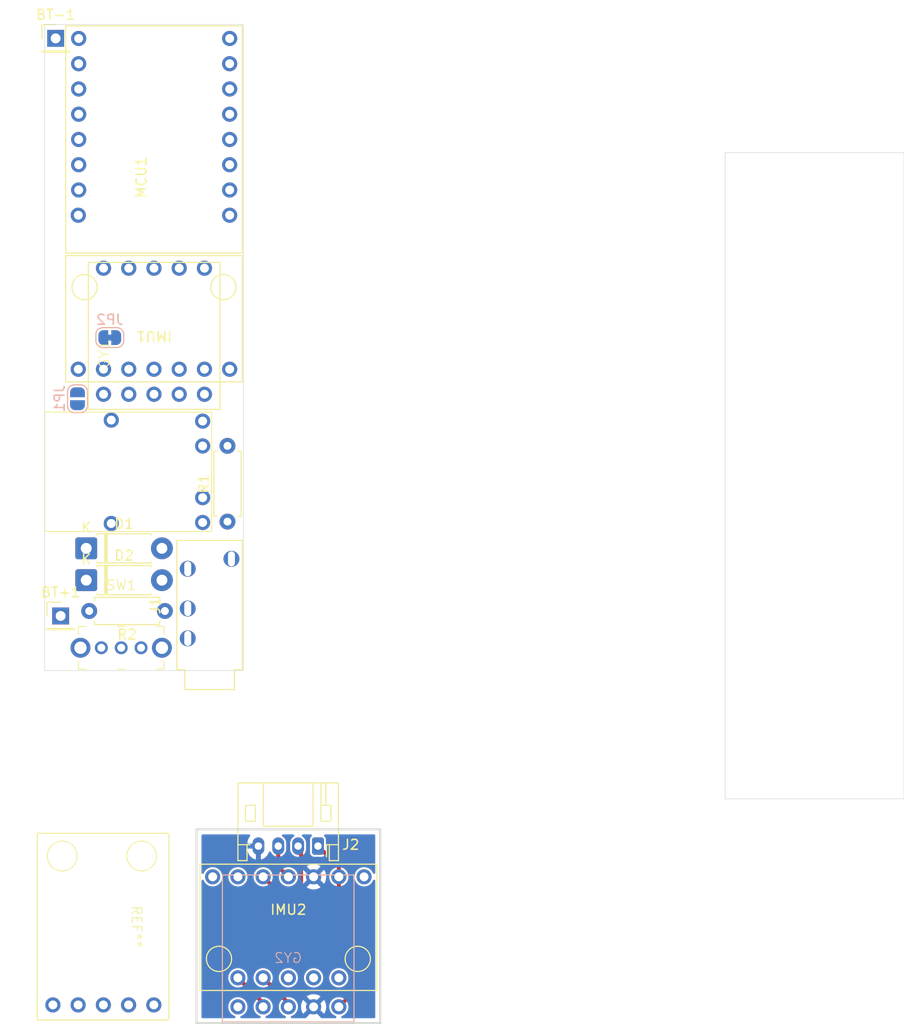
<source format=kicad_pcb>
(kicad_pcb (version 20241229) (generator "pcbnew") (generator_version "9.0")
  (layers (0 "F.Cu" signal) (2 "B.Cu" signal) (13 "F.Paste" user) (15 "B.Paste" user) (5 "F.SilkS" user "F.Silkscreen") (7 "B.SilkS" user "B.Silkscreen") (1 "F.Mask" user) (3 "B.Mask" user) (25 "Edge.Cuts" user))
  (net 0 "")
  (net 1 "SDA_1")
  (net 2 "ESP32_3V3")
  (net 3 "SCL_1")
  (net 4 "GND")
  (net 5 "Net-(GY2-SDA)")
  (net 6 "Net-(GY2-SCL)")
  (net 14 "+BATT")
  (net 15 "Net-(CHGR1-5_VIN)")
  (net 18 "ESP32_5V5")
  (net 19 "Net-(D2-A)")
  (net 20 "Net-(GY1-VIN)")
  (net 21 "Net-(GY1-SCL)")
  (net 22 "Net-(GY1-SDA)")
  (net 28 "Net-(IMU1-VIN)")
  (net 35 "BATTERY_READER")
  (footprint "Connector_PinHeader_2.54mm:PinHeader_1x01_P2.54mm_Vertical" (layer "F.Cu") (at 92.6 48.5)
    (property "Reference" "BT-1" (at 0 -2.38 0) (layer "F.SilkS"))
    (property "Value" "Battery anode")
    (fp_line (start -1.38 -1.38) (end 0 -1.38) (stroke (width 0.12)) (layer "F.SilkS"))
    (fp_line (start -1.38 0) (end -1.38 -1.38) (stroke (width 0.12)) (layer "F.SilkS"))
    (fp_line (start -1.38 1.27) (end -1.38 1.38) (stroke (width 0.12)) (layer "F.SilkS"))
    (fp_line (start -1.38 1.27) (end 1.38 1.27) (stroke (width 0.12)) (layer "F.SilkS"))
    (fp_line (start -1.38 1.38) (end 1.38 1.38) (stroke (width 0.12)) (layer "F.SilkS"))
    (fp_line (start 1.38 1.27) (end 1.38 1.38) (stroke (width 0.12)) (layer "F.SilkS"))
    (pad "1" thru_hole rect (at 0 0) (size 1.7 1.7) (drill 1) (layers "*.Cu" "*.Mask") (net 4 "GND"))
  )
  (footprint "My_Library:SK12D07VG4" (layer "F.Cu") (at 99.2 109.8)
    (property "Reference" "SW1" (at 0 -6.3 0) (layer "F.SilkS") (effects (font (thickness 0.1))))
    (property "Value" "SW_SPDT")
    (fp_line (start -4.3 -2.15) (end -4.3 -1.35) (stroke (width 0.1)) (layer "F.SilkS"))
    (fp_line (start -4.3 -2.15) (end -3.5 -2.15) (stroke (width 0.1)) (layer "F.SilkS"))
    (fp_line (start -4.3 2.15) (end -4.3 1.35) (stroke (width 0.1)) (layer "F.SilkS"))
    (fp_line (start -4.3 2.15) (end -3.5 2.15) (stroke (width 0.1)) (layer "F.SilkS"))
    (fp_line (start -0.4 -2.15) (end 0.4 -2.15) (stroke (width 0.1)) (layer "F.SilkS"))
    (fp_line (start 0.4 2.15) (end -0.4 2.15) (stroke (width 0.1)) (layer "F.SilkS"))
    (fp_line (start 4.3 -2.15) (end 3.5 -2.15) (stroke (width 0.1)) (layer "F.SilkS"))
    (fp_line (start 4.3 -2.15) (end 4.3 -1.35) (stroke (width 0.1)) (layer "F.SilkS"))
    (fp_line (start 4.3 2.15) (end 3.5 2.15) (stroke (width 0.1)) (layer "F.SilkS"))
    (fp_line (start 4.3 2.15) (end 4.3 1.35) (stroke (width 0.1)) (layer "F.SilkS"))
    (pad "" thru_hole circle (at -4.1 0 270) (size 2 2) (drill 1.25) (layers "*.Cu" "*.Mask"))
    (pad "" thru_hole circle (at 4.1 0 270) (size 2 2) (drill 1.25) (layers "*.Cu" "*.Mask"))
    (pad "1" thru_hole circle (at -2 0 270) (size 1.3 1.3) (drill 0.8) (layers "*.Cu" "*.Mask"))
    (pad "2" thru_hole circle (at 0 0 270) (size 1.3 1.3) (drill 0.8) (layers "*.Cu" "*.Mask") (net 14 "+BATT"))
    (pad "3" thru_hole circle (at 2 0 270) (size 1.3 1.3) (drill 0.8) (layers "*.Cu" "*.Mask") (net 19 "Net-(D2-A)"))
  )
  (footprint "My_Library:GY-BMI160" (layer "F.Cu") (at 102.5 76.7 90)
    (property "Reference" "IMU1" (at -1.77 0 180) (layer "F.SilkS"))
    (property "Value" "~")
    (fp_rect (start -6.35 -8.89) (end 6.35 8.89) (stroke (width 0.12)) (fill no) (layer "F.SilkS"))
    (fp_circle (center 3.175 -6.985) (end 1.905 -6.985) (stroke (width 0.12)) (fill no) (layer "F.SilkS"))
    (fp_circle (center 3.175 6.985) (end 1.905 6.985) (stroke (width 0.12)) (fill no) (layer "F.SilkS"))
    (pad "1" thru_hole circle (at -5.08 -7.62 90) (size 1.524 1.524) (drill 0.9) (layers "*.Cu" "*.Mask") (net 28 "Net-(IMU1-VIN)"))
    (pad "2" thru_hole circle (at -5.08 -5.08 90) (size 1.524 1.524) (drill 0.9) (layers "*.Cu" "*.Mask") (net 20 "Net-(GY1-VIN)"))
    (pad "3" thru_hole circle (at -5.08 -2.54 90) (size 1.524 1.524) (drill 0.9) (layers "*.Cu" "*.Mask") (net 4 "GND"))
    (pad "4" thru_hole circle (at -5.08 0 90) (size 1.524 1.524) (drill 0.9) (layers "*.Cu" "*.Mask") (net 3 "SCL_1"))
    (pad "5" thru_hole circle (at -5.08 2.54 90) (size 1.524 1.524) (drill 0.9) (layers "*.Cu" "*.Mask") (net 1 "SDA_1"))
    (pad "6" thru_hole circle (at -5.08 5.08 90) (size 1.524 1.524) (drill 0.9) (layers "*.Cu" "*.Mask"))
    (pad "7" thru_hole circle (at -5.08 7.62 90) (size 1.524 1.524) (drill 0.9) (layers "*.Cu" "*.Mask") (net 4 "GND"))
    (pad "8" thru_hole circle (at 5.08 5.08 90) (size 1.524 1.524) (drill 0.9) (layers "*.Cu" "*.Mask") (net 22 "Net-(GY1-SDA)"))
    (pad "9" thru_hole circle (at 5.08 2.54 90) (size 1.524 1.524) (drill 0.9) (layers "*.Cu" "*.Mask") (net 21 "Net-(GY1-SCL)"))
    (pad "10" thru_hole circle (at 5.08 0 90) (size 1.524 1.524) (drill 0.9) (layers "*.Cu" "*.Mask"))
    (pad "11" thru_hole circle (at 5.08 -2.54 90) (size 1.524 1.524) (drill 0.9) (layers "*.Cu" "*.Mask"))
    (pad "12" thru_hole circle (at 5.08 -5.08 90) (size 1.524 1.524) (drill 0.9) (layers "*.Cu" "*.Mask"))
  )
  (footprint "My_Library:PJ-320A" (layer "F.Cu") (at 105.9 114.005 90)
    (property "Reference" "J1" (at 8.4455 -3.269 90) (layer "F.SilkS"))
    (property "Value" "TRRS Connector 3.5")
    (fp_line (start 15 -1.1) (end 15 5.5) (stroke (width 0.12)) (layer "F.SilkS"))
    (fp_line (start 2 -1.1) (end 15 -1.1) (stroke (width 0.12)) (layer "F.SilkS"))
    (fp_line (start 2 -0.3) (end 2 -1.1) (stroke (width 0.12)) (layer "F.SilkS"))
    (fp_line (start 0 -0.3) (end 2 -0.3) (stroke (width 0.12)) (layer "F.SilkS"))
    (fp_line (start 0 0) (end 0 -0.3) (stroke (width 0.12)) (layer "F.SilkS"))
    (fp_line (start 0 0) (end 0 4.7) (stroke (width 0.12)) (layer "F.SilkS"))
    (fp_line (start 2 4.7) (end 2 5.5) (stroke (width 0.12)) (layer "F.SilkS"))
    (fp_line (start 0 4.7) (end 2 4.7) (stroke (width 0.12)) (layer "F.SilkS"))
    (fp_line (start 2 5.5) (end 15 5.5) (stroke (width 0.12)) (layer "F.SilkS"))
    (pad "" np_thru_hole circle (at 3.7 2.2 90) (size 1.5 1.5) (drill 1.5) (layers "*.Cu"))
    (pad "" np_thru_hole circle (at 10.7 2.2 90) (size 1.5 1.5) (drill 1.5) (layers "*.Cu"))
    (pad "R1" thru_hole circle (at 12.15 0 90) (size 1.6 1.6) (drill oval 1.5 0.7) (layers "*.Cu" "*.Mask") (net 1 "SDA_1"))
    (pad "R2" thru_hole circle (at 8.15 0 90) (size 1.6 1.6) (drill oval 1.5 0.7) (layers "*.Cu" "*.Mask") (net 3 "SCL_1"))
    (pad "S" thru_hole circle (at 5.15 0 90) (size 1.6 1.6) (drill oval 1.5 0.7) (layers "*.Cu" "*.Mask") (net 4 "GND"))
    (pad "T" thru_hole circle (at 13.15 4.4 90) (size 1.6 1.6) (drill oval 1.5 0.7) (layers "*.Cu" "*.Mask") (net 2 "ESP32_3V3"))
  )
  (footprint "Connector_PinHeader_2.54mm:PinHeader_1x01_P2.54mm_Vertical" (layer "F.Cu") (at 93.1 106.6)
    (property "Reference" "BT+1" (at 0 -2.38 0) (layer "F.SilkS"))
    (property "Value" "Battery cathode")
    (fp_line (start -1.38 -1.38) (end 0 -1.38) (stroke (width 0.12)) (layer "F.SilkS"))
    (fp_line (start -1.38 0) (end -1.38 -1.38) (stroke (width 0.12)) (layer "F.SilkS"))
    (fp_line (start -1.38 1.27) (end -1.38 1.38) (stroke (width 0.12)) (layer "F.SilkS"))
    (fp_line (start -1.38 1.27) (end 1.38 1.27) (stroke (width 0.12)) (layer "F.SilkS"))
    (fp_line (start -1.38 1.38) (end 1.38 1.38) (stroke (width 0.12)) (layer "F.SilkS"))
    (fp_line (start 1.38 1.27) (end 1.38 1.38) (stroke (width 0.12)) (layer "F.SilkS"))
    (pad "1" thru_hole rect (at 0 0) (size 1.7 1.7) (drill 1) (layers "*.Cu" "*.Mask") (net 14 "+BATT"))
  )
  (footprint "My_Library:GY-271" (layer "F.Cu") (at 102.5 79.3 90)
    (property "Reference" "GY1" (at -1 -5 90) (layer "F.SilkS") (effects (font (thickness 0.1))))
    (property "Value" "~")
    (fp_rect (start -6.524 -6.604) (end 8.264 6.644) (stroke (width 0.12)) (fill no) (layer "F.SilkS"))
    (pad "1" thru_hole circle (at -5 -5.08 90) (size 1.524 1.524) (drill 0.9) (layers "*.Cu" "*.Mask") (net 20 "Net-(GY1-VIN)"))
    (pad "2" thru_hole circle (at -5 -2.54 90) (size 1.524 1.524) (drill 0.9) (layers "*.Cu" "*.Mask") (net 4 "GND"))
    (pad "3" thru_hole circle (at -5 0 90) (size 1.524 1.524) (drill 0.9) (layers "*.Cu" "*.Mask") (net 21 "Net-(GY1-SCL)"))
    (pad "4" thru_hole circle (at -5 2.54 90) (size 1.524 1.524) (drill 0.9) (layers "*.Cu" "*.Mask") (net 22 "Net-(GY1-SDA)"))
    (pad "5" thru_hole circle (at -5 5.08 90) (size 1.524 1.524) (drill 0.9) (layers "*.Cu" "*.Mask"))
  )
  (footprint "Diode_THT:D_DO-41_SOD81_P7.62mm_Horizontal" (layer "F.Cu") (at 95.68 103)
    (property "Reference" "D2" (at 3.81 -2.47 0) (layer "F.SilkS"))
    (property "Value" "D_1N5817")
    (fp_line (start 1.09 -1.47) (end 6.53 -1.47) (stroke (width 0.12)) (layer "F.SilkS"))
    (fp_line (start 1.09 -1.34) (end 1.09 -1.47) (stroke (width 0.12)) (layer "F.SilkS"))
    (fp_line (start 1.09 1.34) (end 1.09 1.47) (stroke (width 0.12)) (layer "F.SilkS"))
    (fp_line (start 1.09 1.47) (end 6.53 1.47) (stroke (width 0.12)) (layer "F.SilkS"))
    (fp_line (start 1.87 -1.47) (end 1.87 1.47) (stroke (width 0.12)) (layer "F.SilkS"))
    (fp_line (start 1.99 -1.47) (end 1.99 1.47) (stroke (width 0.12)) (layer "F.SilkS"))
    (fp_line (start 2.11 -1.47) (end 2.11 1.47) (stroke (width 0.12)) (layer "F.SilkS"))
    (fp_line (start 6.53 -1.47) (end 6.53 -1.34) (stroke (width 0.12)) (layer "F.SilkS"))
    (fp_line (start 6.53 1.47) (end 6.53 1.34) (stroke (width 0.12)) (layer "F.SilkS"))
    (fp_text user "K" (at 0 -2.1 0) (layer "F.SilkS"))
    (pad "1" thru_hole roundrect (at 0 0) (size 2.2 2.2) (drill 1.1) (layers "*.Cu" "*.Mask") (roundrect_rratio 0.113636) (net 18 "ESP32_5V5"))
    (pad "2" thru_hole circle (at 7.62 0) (size 2.2 2.2) (drill 1.1) (layers "*.Cu" "*.Mask") (net 19 "Net-(D2-A)"))
  )
  (footprint "Resistor_THT:R_Axial_DIN0207_L6.3mm_D2.5mm_P7.62mm_Horizontal" (layer "F.Cu") (at 103.6 106.1 180)
    (property "Reference" "R2" (at 3.81 -2.37 0) (layer "F.SilkS"))
    (property "Value" "200K")
    (fp_line (start 7.08 1.37) (end 7.08 1.04) (stroke (width 0.12)) (layer "F.SilkS"))
    (fp_line (start 7.08 -1.37) (end 7.08 -1.04) (stroke (width 0.12)) (layer "F.SilkS"))
    (fp_line (start 0.54 1.37) (end 7.08 1.37) (stroke (width 0.12)) (layer "F.SilkS"))
    (fp_line (start 0.54 1.04) (end 0.54 1.37) (stroke (width 0.12)) (layer "F.SilkS"))
    (fp_line (start 0.54 -1.04) (end 0.54 -1.37) (stroke (width 0.12)) (layer "F.SilkS"))
    (fp_line (start 0.54 -1.37) (end 7.08 -1.37) (stroke (width 0.12)) (layer "F.SilkS"))
    (pad "1" thru_hole circle (at 0 0 180) (size 1.6 1.6) (drill 0.8) (layers "*.Cu" "*.Mask") (net 35 "BATTERY_READER"))
    (pad "2" thru_hole circle (at 7.62 0 180) (size 1.6 1.6) (drill 0.8) (layers "*.Cu" "*.Mask") (net 18 "ESP32_5V5"))
  )
  (footprint "Connector_JST:JST_PH_S4B-PH-K_1x04_P2.00mm_Horizontal" (layer "F.Cu") (at 119.01 129.75 180)
    (property "Reference" "J2" (at -3.3 0.14 0) (layer "F.SilkS"))
    (property "Value" "Conn_01x04")
    (fp_line (start 8.06 6.36) (end 8.06 -1.46) (stroke (width 0.12)) (layer "F.SilkS"))
    (fp_line (start 8.06 0.14) (end 7.14 0.14) (stroke (width 0.12)) (layer "F.SilkS"))
    (fp_line (start 8.06 -1.46) (end 7.14 -1.46) (stroke (width 0.12)) (layer "F.SilkS"))
    (fp_line (start 7.3 4.1) (end 6.3 4.1) (stroke (width 0.12)) (layer "F.SilkS"))
    (fp_line (start 7.3 2.5) (end 7.3 4.1) (stroke (width 0.12)) (layer "F.SilkS"))
    (fp_line (start 7.14 0.14) (end 6.86 0.14) (stroke (width 0.12)) (layer "F.SilkS"))
    (fp_line (start 7.14 -1.46) (end 7.14 0.14) (stroke (width 0.12)) (layer "F.SilkS"))
    (fp_line (start 6.3 4.1) (end 6.3 2.5) (stroke (width 0.12)) (layer "F.SilkS"))
    (fp_line (start 6.3 2.5) (end 7.3 2.5) (stroke (width 0.12)) (layer "F.SilkS"))
    (fp_line (start 5.5 2) (end 5.5 6.36) (stroke (width 0.12)) (layer "F.SilkS"))
    (fp_line (start 0.5 6.36) (end 0.5 2) (stroke (width 0.12)) (layer "F.SilkS"))
    (fp_line (start 0.5 2) (end 5.5 2) (stroke (width 0.12)) (layer "F.SilkS"))
    (fp_line (start -0.3 4.1) (end -0.3 6.36) (stroke (width 0.12)) (layer "F.SilkS"))
    (fp_line (start -0.3 4.1) (end -0.3 2.5) (stroke (width 0.12)) (layer "F.SilkS"))
    (fp_line (start -0.3 2.5) (end -1.3 2.5) (stroke (width 0.12)) (layer "F.SilkS"))
    (fp_line (start -0.8 4.1) (end -0.8 6.36) (stroke (width 0.12)) (layer "F.SilkS"))
    (fp_line (start -0.86 0.14) (end -0.86 -1.075) (stroke (width 0.12)) (layer "F.SilkS"))
    (fp_line (start -0.86 0.14) (end -1.14 0.14) (stroke (width 0.12)) (layer "F.SilkS"))
    (fp_line (start -1.14 0.14) (end -1.14 -1.46) (stroke (width 0.12)) (layer "F.SilkS"))
    (fp_line (start -1.14 -1.46) (end -2.06 -1.46) (stroke (width 0.12)) (layer "F.SilkS"))
    (fp_line (start -1.3 4.1) (end -0.3 4.1) (stroke (width 0.12)) (layer "F.SilkS"))
    (fp_line (start -1.3 2.5) (end -1.3 4.1) (stroke (width 0.12)) (layer "F.SilkS"))
    (fp_line (start -2.06 6.36) (end 8.06 6.36) (stroke (width 0.12)) (layer "F.SilkS"))
    (fp_line (start -2.06 0.14) (end -1.14 0.14) (stroke (width 0.12)) (layer "F.SilkS"))
    (fp_line (start -2.06 -1.46) (end -2.06 6.36) (stroke (width 0.12)) (layer "F.SilkS"))
    (pad "1" thru_hole roundrect (at 0 0 180) (size 1.2 1.75) (drill 0.75) (layers "*.Cu" "*.Mask") (roundrect_rratio 0.208333) (net 2 "ESP32_3V3"))
    (pad "2" thru_hole oval (at 2 0 180) (size 1.2 1.75) (drill 0.75) (layers "*.Cu" "*.Mask") (net 1 "SDA_1"))
    (pad "3" thru_hole oval (at 4 0 180) (size 1.2 1.75) (drill 0.75) (layers "*.Cu" "*.Mask") (net 3 "SCL_1"))
    (pad "4" thru_hole oval (at 6 0 180) (size 1.2 1.75) (drill 0.75) (layers "*.Cu" "*.Mask") (net 4 "GND"))
  )
  (footprint "My_Library:LX_LBES" (layer "F.Cu") (at 108.3 86.1)
    (property "Reference" "CHGR1" (hide yes))
    (property "Value" "~" (hide yes))
    (fp_rect (start -16.8 0) (end 0 12) (stroke (width 0.1)) (fill no) (layer "F.SilkS"))
    (pad "1" thru_hole circle (at -10.1 0.8 180) (size 1.524 1.524) (drill 0.9) (layers "*.Cu" "*.Mask") (net 15 "Net-(CHGR1-5_VIN)"))
    (pad "2" thru_hole circle (at -10.1 11.2 180) (size 1.524 1.524) (drill 0.9) (layers "*.Cu" "*.Mask") (net 4 "GND"))
    (pad "3" thru_hole circle (at -0.9 11.1 180) (size 1.524 1.524) (drill 0.9) (layers "*.Cu" "*.Mask"))
    (pad "4" thru_hole circle (at -0.9 8.6 180) (size 1.524 1.524) (drill 0.9) (layers "*.Cu" "*.Mask") (net 4 "GND"))
    (pad "5" thru_hole circle (at -0.9 3.4 180) (size 1.524 1.524) (drill 0.9) (layers "*.Cu" "*.Mask") (net 14 "+BATT"))
    (pad "6" thru_hole circle (at -0.9 0.9 180) (size 1.524 1.524) (drill 0.9) (layers "*.Cu" "*.Mask"))
  )
  (footprint "Diode_THT:D_DO-41_SOD81_P7.62mm_Horizontal" (layer "F.Cu") (at 95.68 99.8)
    (property "Reference" "D1" (at 3.81 -2.47 0) (layer "F.SilkS"))
    (property "Value" "D_1N5817 / 4.8v Zener?")
    (fp_line (start 1.09 -1.47) (end 6.53 -1.47) (stroke (width 0.12)) (layer "F.SilkS"))
    (fp_line (start 1.09 -1.34) (end 1.09 -1.47) (stroke (width 0.12)) (layer "F.SilkS"))
    (fp_line (start 1.09 1.34) (end 1.09 1.47) (stroke (width 0.12)) (layer "F.SilkS"))
    (fp_line (start 1.09 1.47) (end 6.53 1.47) (stroke (width 0.12)) (layer "F.SilkS"))
    (fp_line (start 1.87 -1.47) (end 1.87 1.47) (stroke (width 0.12)) (layer "F.SilkS"))
    (fp_line (start 1.99 -1.47) (end 1.99 1.47) (stroke (width 0.12)) (layer "F.SilkS"))
    (fp_line (start 2.11 -1.47) (end 2.11 1.47) (stroke (width 0.12)) (layer "F.SilkS"))
    (fp_line (start 6.53 -1.47) (end 6.53 -1.34) (stroke (width 0.12)) (layer "F.SilkS"))
    (fp_line (start 6.53 1.47) (end 6.53 1.34) (stroke (width 0.12)) (layer "F.SilkS"))
    (fp_text user "K" (at 0 -2.1 0) (layer "F.SilkS"))
    (pad "1" thru_hole roundrect (at 0 0) (size 2.2 2.2) (drill 1.1) (layers "*.Cu" "*.Mask") (roundrect_rratio 0.113636) (net 18 "ESP32_5V5"))
    (pad "2" thru_hole circle (at 7.62 0) (size 2.2 2.2) (drill 1.1) (layers "*.Cu" "*.Mask") (net 15 "Net-(CHGR1-5_VIN)"))
  )
  (footprint "My_Library:GY-BMI160" (layer "F.Cu") (at 116.03 137.92 -90)
    (property "Reference" "IMU2" (at -1.77 0 0) (layer "F.SilkS"))
    (property "Value" "~")
    (fp_rect (start -6.35 -8.89) (end 6.35 8.89) (stroke (width 0.12)) (fill no) (layer "F.SilkS"))
    (fp_circle (center 3.175 6.985) (end 1.905 6.985) (stroke (width 0.12)) (fill no) (layer "F.SilkS"))
    (fp_circle (center 3.175 -6.985) (end 1.905 -6.985) (stroke (width 0.12)) (fill no) (layer "F.SilkS"))
    (pad "1" thru_hole circle (at -5.08 -7.62 270) (size 1.524 1.524) (drill 0.9) (layers "*.Cu" "*.Mask"))
    (pad "2" thru_hole circle (at -5.08 -5.08 270) (size 1.524 1.524) (drill 0.9) (layers "*.Cu" "*.Mask") (net 2 "ESP32_3V3"))
    (pad "3" thru_hole circle (at -5.08 -2.54 270) (size 1.524 1.524) (drill 0.9) (layers "*.Cu" "*.Mask") (net 4 "GND"))
    (pad "4" thru_hole circle (at -5.08 0 270) (size 1.524 1.524) (drill 0.9) (layers "*.Cu" "*.Mask") (net 3 "SCL_1"))
    (pad "5" thru_hole circle (at -5.08 2.54 270) (size 1.524 1.524) (drill 0.9) (layers "*.Cu" "*.Mask") (net 1 "SDA_1"))
    (pad "6" thru_hole circle (at -5.08 5.08 270) (size 1.524 1.524) (drill 0.9) (layers "*.Cu" "*.Mask"))
    (pad "7" thru_hole circle (at -5.08 7.62 270) (size 1.524 1.524) (drill 0.9) (layers "*.Cu" "*.Mask"))
    (pad "8" thru_hole circle (at 5.08 5.08 270) (size 1.524 1.524) (drill 0.9) (layers "*.Cu" "*.Mask") (net 5 "Net-(GY2-SDA)"))
    (pad "9" thru_hole circle (at 5.08 2.54 270) (size 1.524 1.524) (drill 0.9) (layers "*.Cu" "*.Mask") (net 6 "Net-(GY2-SCL)"))
    (pad "10" thru_hole circle (at 5.08 0 270) (size 1.524 1.524) (drill 0.9) (layers "*.Cu" "*.Mask"))
    (pad "11" thru_hole circle (at 5.08 -2.54 270) (size 1.524 1.524) (drill 0.9) (layers "*.Cu" "*.Mask"))
    (pad "12" thru_hole circle (at 5.08 -5.08 270) (size 1.524 1.524) (drill 0.9) (layers "*.Cu" "*.Mask"))
  )
  (footprint "Resistor_THT:R_Axial_DIN0207_L6.3mm_D2.5mm_P7.62mm_Horizontal" (layer "F.Cu") (at 109.9 97.11 90)
    (property "Reference" "R1" (at 3.81 -2.37 90) (layer "F.SilkS"))
    (property "Value" "200K")
    (fp_line (start 7.08 -1.37) (end 7.08 -1.04) (stroke (width 0.12)) (layer "F.SilkS"))
    (fp_line (start 0.54 -1.37) (end 7.08 -1.37) (stroke (width 0.12)) (layer "F.SilkS"))
    (fp_line (start 0.54 -1.04) (end 0.54 -1.37) (stroke (width 0.12)) (layer "F.SilkS"))
    (fp_line (start 0.54 1.04) (end 0.54 1.37) (stroke (width 0.12)) (layer "F.SilkS"))
    (fp_line (start 7.08 1.37) (end 7.08 1.04) (stroke (width 0.12)) (layer "F.SilkS"))
    (fp_line (start 0.54 1.37) (end 7.08 1.37) (stroke (width 0.12)) (layer "F.SilkS"))
    (pad "1" thru_hole circle (at 0 0 90) (size 1.6 1.6) (drill 0.8) (layers "*.Cu" "*.Mask") (net 4 "GND"))
    (pad "2" thru_hole circle (at 7.62 0 90) (size 1.6 1.6) (drill 0.8) (layers "*.Cu" "*.Mask") (net 35 "BATTERY_READER"))
  )
  (footprint "My_Library:GY-273" (layer "F.Cu") (at 97.26 137.75 -90)
    (property "Reference" "REF**" (at 0.106 -3.5 270) (layer "F.SilkS") (effects (font (thickness 0.1))))
    (property "Value" "GY-273")
    (fp_rect (start 9.5 -6.748) (end -9.288 6.5) (stroke (width 0.12)) (fill no) (layer "F.SilkS"))
    (fp_circle (center -7 4) (end -5.5 4) (stroke (width 0.1)) (fill no) (layer "F.SilkS"))
    (fp_circle (center -7 -4) (end -5.5 -4) (stroke (width 0.1)) (fill no) (layer "F.SilkS"))
    (pad "1" thru_hole circle (at 7.976 -5.224 270) (size 1.524 1.524) (drill 0.9) (layers "*.Cu" "*.Mask"))
    (pad "2" thru_hole circle (at 7.976 -2.684 270) (size 1.524 1.524) (drill 0.9) (layers "*.Cu" "*.Mask"))
    (pad "3" thru_hole circle (at 7.976 -0.144 270) (size 1.524 1.524) (drill 0.9) (layers "*.Cu" "*.Mask"))
    (pad "4" thru_hole circle (at 7.976 2.396 270) (size 1.524 1.524) (drill 0.9) (layers "*.Cu" "*.Mask"))
    (pad "5" thru_hole circle (at 7.976 4.936 270) (size 1.524 1.524) (drill 0.9) (layers "*.Cu" "*.Mask"))
  )
  (footprint "Espressif:ESP32-C3-SuperMini_PLUS" (layer "F.Cu") (at 102.5 58.67)
    (property "Reference" "MCU1" (at -1.27 3.81 90) (layer "F.SilkS"))
    (property "Value" "~")
    (fp_rect (start -8.89 -11.43) (end 8.89 11.43) (stroke (width 0.12)) (fill no) (layer "F.SilkS"))
    (pad "1" thru_hole circle (at -7.58 -10.16) (size 1.524 1.524) (drill 0.9) (layers "*.Cu" "*.Mask"))
    (pad "2" thru_hole circle (at -7.58 -7.62) (size 1.524 1.524) (drill 0.9) (layers "*.Cu" "*.Mask"))
    (pad "3" thru_hole circle (at -7.58 -5.08) (size 1.524 1.524) (drill 0.9) (layers "*.Cu" "*.Mask"))
    (pad "4" thru_hole circle (at -7.58 -2.54) (size 1.524 1.524) (drill 0.9) (layers "*.Cu" "*.Mask"))
    (pad "5" thru_hole circle (at -7.58 0) (size 1.524 1.524) (drill 0.9) (layers "*.Cu" "*.Mask"))
    (pad "6" thru_hole circle (at -7.58 2.54) (size 1.524 1.524) (drill 0.9) (layers "*.Cu" "*.Mask"))
    (pad "7" thru_hole circle (at -7.58 5.08) (size 1.524 1.524) (drill 0.9) (layers "*.Cu" "*.Mask"))
    (pad "8" thru_hole circle (at -7.62 7.62) (size 1.524 1.524) (drill 0.9) (layers "*.Cu" "*.Mask"))
    (pad "9" thru_hole circle (at 7.62 7.62) (size 1.524 1.524) (drill 0.9) (layers "*.Cu" "*.Mask"))
    (pad "10" thru_hole circle (at 7.62 5.08) (size 1.524 1.524) (drill 0.9) (layers "*.Cu" "*.Mask"))
    (pad "11" thru_hole circle (at 7.62 2.54) (size 1.524 1.524) (drill 0.9) (layers "*.Cu" "*.Mask") (net 3 "SCL_1"))
    (pad "12" thru_hole circle (at 7.62 0) (size 1.524 1.524) (drill 0.9) (layers "*.Cu" "*.Mask") (net 1 "SDA_1"))
    (pad "13" thru_hole circle (at 7.62 -2.54) (size 1.524 1.524) (drill 0.9) (layers "*.Cu" "*.Mask") (net 35 "BATTERY_READER"))
    (pad "14" thru_hole circle (at 7.62 -5.08) (size 1.524 1.524) (drill 0.9) (layers "*.Cu" "*.Mask") (net 2 "ESP32_3V3"))
    (pad "15" thru_hole circle (at 7.62 -7.62) (size 1.524 1.524) (drill 0.9) (layers "*.Cu" "*.Mask") (net 4 "GND"))
    (pad "16" thru_hole circle (at 7.62 -10.16) (size 1.524 1.524) (drill 0.9) (layers "*.Cu" "*.Mask") (net 18 "ESP32_5V5"))
  )
  (footprint "Jumper:SolderJumper-2_P1.3mm_Bridged_RoundedPad1.0x1.5mm" (layer "B.Cu") (at 98.05 78.6 180)
    (property "Reference" "JP2" (at 0 1.8 0) (layer "B.SilkS") (effects (justify mirror)))
    (property "Value" "3v3 in")
    (fp_poly (pts (xy 0.25 0.3) (xy -0.25 0.3) (xy -0.25 -0.3) (xy 0.25 -0.3)) (fill yes) (layer "B.Cu"))
    (fp_line (start 1.4 0.3) (end 1.4 -0.3) (stroke (width 0.12)) (layer "B.SilkS"))
    (fp_line (start 0.7 -1) (end -0.7 -1) (stroke (width 0.12)) (layer "B.SilkS"))
    (fp_line (start -0.7 1) (end 0.7 1) (stroke (width 0.12)) (layer "B.SilkS"))
    (fp_line (start -1.4 -0.3) (end -1.4 0.3) (stroke (width 0.12)) (layer "B.SilkS"))
    (fp_arc (start 1.4 0.3) (mid 1.194975 0.794975) (end 0.7 1) (stroke (width 0.12)) (layer "B.SilkS"))
    (fp_arc (start 0.7 -1) (mid 1.194975 -0.794975) (end 1.4 -0.3) (stroke (width 0.12)) (layer "B.SilkS"))
    (fp_arc (start -0.7 1) (mid -1.194975 0.794975) (end -1.4 0.3) (stroke (width 0.12)) (layer "B.SilkS"))
    (fp_arc (start -1.4 -0.3) (mid -1.194975 -0.794975) (end -0.7 -1) (stroke (width 0.12)) (layer "B.SilkS"))
    (pad "1" smd custom (at -0.65 0 180) (size 1 0.5) (layers "B.Cu" "B.Mask") (net 2 "ESP32_3V3") (options (clearance outline) (anchor rect)) (primitives (gr_circle (center 0 -0.25) (end 0.5 -0.25) (width 0) (fill yes)) (gr_circle (center 0 0.25) (end 0.5 0.25) (width 0) (fill yes)) (gr_poly (pts (xy 0.5 -0.75) (xy 0 -0.75) (xy 0 0.75) (xy 0.5 0.75)) (width 0) (fill yes))))
    (pad "2" smd custom (at 0.65 0 180) (size 1 0.5) (layers "B.Cu" "B.Mask") (net 20 "Net-(GY1-VIN)") (options (clearance outline) (anchor rect)) (primitives (gr_circle (center 0 -0.25) (end 0.5 -0.25) (width 0) (fill yes)) (gr_circle (center 0 0.25) (end 0.5 0.25) (width 0) (fill yes)) (gr_poly (pts (xy 0 -0.75) (xy -0.5 -0.75) (xy -0.5 0.75) (xy 0 0.75)) (width 0) (fill yes))))
  )
  (footprint "Jumper:SolderJumper-2_P1.3mm_Open_RoundedPad1.0x1.5mm" (layer "B.Cu") (at 94.8 84.75 -90)
    (property "Reference" "JP1" (at 0 1.8 90) (layer "B.SilkS") (effects (justify mirror)))
    (property "Value" "5v in")
    (fp_line (start -0.7 1) (end 0.7 1) (stroke (width 0.12)) (layer "B.SilkS"))
    (fp_line (start 1.4 0.3) (end 1.4 -0.3) (stroke (width 0.12)) (layer "B.SilkS"))
    (fp_line (start -1.4 -0.3) (end -1.4 0.3) (stroke (width 0.12)) (layer "B.SilkS"))
    (fp_line (start 0.7 -1) (end -0.7 -1) (stroke (width 0.12)) (layer "B.SilkS"))
    (fp_arc (start -0.7 1) (mid -1.194975 0.794975) (end -1.4 0.3) (stroke (width 0.12)) (layer "B.SilkS"))
    (fp_arc (start 1.4 0.3) (mid 1.194975 0.794975) (end 0.7 1) (stroke (width 0.12)) (layer "B.SilkS"))
    (fp_arc (start -1.4 -0.3) (mid -1.194975 -0.794975) (end -0.7 -1) (stroke (width 0.12)) (layer "B.SilkS"))
    (fp_arc (start 0.7 -1) (mid 1.194975 -0.794975) (end 1.4 -0.3) (stroke (width 0.12)) (layer "B.SilkS"))
    (pad "1" smd custom (at -0.65 0 270) (size 1 0.5) (layers "B.Cu" "B.Mask") (net 28 "Net-(IMU1-VIN)") (options (clearance outline) (anchor rect)) (primitives (gr_circle (center 0 -0.25) (end 0.5 -0.25) (width 0) (fill yes)) (gr_circle (center 0 0.25) (end 0.5 0.25) (width 0) (fill yes)) (gr_poly (pts (xy 0.5 -0.75) (xy 0 -0.75) (xy 0 0.75) (xy 0.5 0.75)) (width 0) (fill yes))))
    (pad "2" smd custom (at 0.65 0 270) (size 1 0.5) (layers "B.Cu" "B.Mask") (net 18 "ESP32_5V5") (options (clearance outline) (anchor rect)) (primitives (gr_circle (center 0 -0.25) (end 0.5 -0.25) (width 0) (fill yes)) (gr_circle (center 0 0.25) (end 0.5 0.25) (width 0) (fill yes)) (gr_poly (pts (xy 0 -0.75) (xy -0.5 -0.75) (xy -0.5 0.75) (xy 0 0.75)) (width 0) (fill yes))))
  )
  (footprint "My_Library:GY-271" (layer "B.Cu") (at 116.03 140.92 90)
    (property "Reference" "GY2" (at -0.08 -0.02 0) (layer "B.SilkS") (effects (font (thickness 0.1)) (justify mirror)))
    (property "Value" "~")
    (fp_rect (start -6.524 6.604) (end 8.264 -6.644) (stroke (width 0.12)) (fill no) (layer "B.SilkS"))
    (pad "1" thru_hole circle (at -5 5.08 90) (size 1.524 1.524) (drill 0.9) (layers "*.Cu" "*.Mask") (net 2 "ESP32_3V3"))
    (pad "2" thru_hole circle (at -5 2.54 90) (size 1.524 1.524) (drill 0.9) (layers "*.Cu" "*.Mask") (net 4 "GND"))
    (pad "3" thru_hole circle (at -5 0 90) (size 1.524 1.524) (drill 0.9) (layers "*.Cu" "*.Mask") (net 6 "Net-(GY2-SCL)"))
    (pad "4" thru_hole circle (at -5 -2.54 90) (size 1.524 1.524) (drill 0.9) (layers "*.Cu" "*.Mask") (net 5 "Net-(GY2-SDA)"))
    (pad "5" thru_hole circle (at -5 -5.08 90) (size 1.524 1.524) (drill 0.9) (layers "*.Cu" "*.Mask"))
  )
  (gr_rect (start 160 60) (end 178 125) (stroke (width 0.05)) (fill no) (layer "Edge.Cuts"))
  (gr_rect (start 106.78 128.07) (end 125.28 147.57) (stroke (width 0.2)) (fill no) (layer "Edge.Cuts"))
  (gr_rect (start 91.5 47.1) (end 111.5 112.1) (stroke (width 0.05)) (fill no) (layer "Edge.Cuts"))
  (segment (start 117.01 129.75) (end 117.31 130.05) (width 0.4) (layer "F.Cu") (net 1))
  (segment (start 115.15 134.5) (end 113.49 132.84) (width 0.4) (layer "F.Cu") (net 1))
  (segment (start 116.81 134.5) (end 115.15 134.5) (width 0.4) (layer "F.Cu") (net 1))
  (segment (start 117.31 134) (end 116.81 134.5) (width 0.4) (layer "F.Cu") (net 1))
  (segment (start 117.31 130.05) (end 117.31 134) (width 0.4) (layer "F.Cu") (net 1))
  (segment (start 121.11 132.84) (end 121.11 140.7) (width 0.4) (layer "F.Cu") (net 2))
  (segment (start 121.11 132.84) (end 121.11 131.85) (width 0.4) (layer "F.Cu") (net 2))
  (segment (start 121.11 140.7) (end 122.61 142.2) (width 0.4) (layer "F.Cu") (net 2))
  (segment (start 121.11 131.85) (end 119.01 129.75) (width 0.4) (layer "F.Cu") (net 2))
  (segment (start 122.61 142.2) (end 122.61 144.42) (width 0.4) (layer "F.Cu") (net 2))
  (segment (start 122.61 144.42) (end 121.11 145.92) (width 0.4) (layer "F.Cu") (net 2))
  (segment (start 115.01 131.82) (end 116.03 132.84) (width 0.4) (layer "F.Cu") (net 3))
  (segment (start 115.01 129.75) (end 115.01 131.82) (width 0.4) (layer "F.Cu") (net 3))
  (segment (start 113.49 145.54) (end 110.95 143) (width 0.4) (layer "F.Cu") (net 5))
  (segment (start 113.49 145.92) (end 113.49 145.54) (width 0.4) (layer "F.Cu") (net 5))
  (segment (start 116.03 145.54) (end 113.49 143) (width 0.4) (layer "F.Cu") (net 6))
  (segment (start 116.03 145.92) (end 116.03 145.54) (width 0.4) (layer "F.Cu") (net 6))
  (zone (net 4) (net_name "GND") (layer "B.Cu") (priority 1) (connect_pads (clearance 0)) (min_thickness 0.25) (fill yes (thermal_gap 0.5) (thermal_bridge_width 0.5))
    (polygon (pts (xy 106.81 128.1) (xy 125.31 128.1) (xy 125.31 147.6) (xy 106.81 147.6)))
  )
)
</source>
